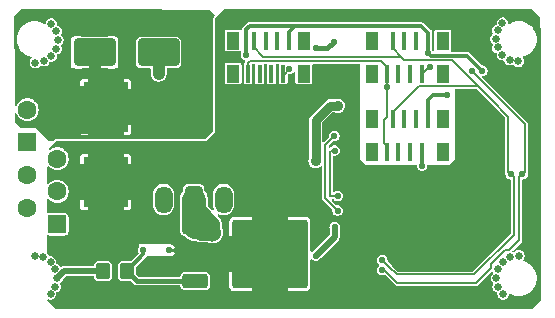
<source format=gtl>
G04 #@! TF.GenerationSoftware,KiCad,Pcbnew,8.0.9-8.0.9-0~ubuntu20.04.1*
G04 #@! TF.CreationDate,2025-08-07T15:34:14-05:00*
G04 #@! TF.ProjectId,PLATO_JUNCTION_BOARD,504c4154-4f5f-44a5-954e-4354494f4e5f,rev?*
G04 #@! TF.SameCoordinates,Original*
G04 #@! TF.FileFunction,Copper,L1,Top*
G04 #@! TF.FilePolarity,Positive*
%FSLAX46Y46*%
G04 Gerber Fmt 4.6, Leading zero omitted, Abs format (unit mm)*
G04 Created by KiCad (PCBNEW 8.0.9-8.0.9-0~ubuntu20.04.1) date 2025-08-07 15:34:14*
%MOMM*%
%LPD*%
G01*
G04 APERTURE LIST*
G04 Aperture macros list*
%AMRoundRect*
0 Rectangle with rounded corners*
0 $1 Rounding radius*
0 $2 $3 $4 $5 $6 $7 $8 $9 X,Y pos of 4 corners*
0 Add a 4 corners polygon primitive as box body*
4,1,4,$2,$3,$4,$5,$6,$7,$8,$9,$2,$3,0*
0 Add four circle primitives for the rounded corners*
1,1,$1+$1,$2,$3*
1,1,$1+$1,$4,$5*
1,1,$1+$1,$6,$7*
1,1,$1+$1,$8,$9*
0 Add four rect primitives between the rounded corners*
20,1,$1+$1,$2,$3,$4,$5,0*
20,1,$1+$1,$4,$5,$6,$7,0*
20,1,$1+$1,$6,$7,$8,$9,0*
20,1,$1+$1,$8,$9,$2,$3,0*%
G04 Aperture macros list end*
G04 #@! TA.AperFunction,ComponentPad*
%ADD10RoundRect,0.250000X-0.550000X0.550000X-0.550000X-0.550000X0.550000X-0.550000X0.550000X0.550000X0*%
G04 #@! TD*
G04 #@! TA.AperFunction,ComponentPad*
%ADD11C,1.600000*%
G04 #@! TD*
G04 #@! TA.AperFunction,SMDPad,CuDef*
%ADD12R,3.810000X4.240000*%
G04 #@! TD*
G04 #@! TA.AperFunction,SMDPad,CuDef*
%ADD13RoundRect,0.249997X-2.950003X-2.650003X2.950003X-2.650003X2.950003X2.650003X-2.950003X2.650003X0*%
G04 #@! TD*
G04 #@! TA.AperFunction,SMDPad,CuDef*
%ADD14RoundRect,0.250000X-0.850000X-0.350000X0.850000X-0.350000X0.850000X0.350000X-0.850000X0.350000X0*%
G04 #@! TD*
G04 #@! TA.AperFunction,SMDPad,CuDef*
%ADD15RoundRect,0.250000X0.350000X0.450000X-0.350000X0.450000X-0.350000X-0.450000X0.350000X-0.450000X0*%
G04 #@! TD*
G04 #@! TA.AperFunction,SMDPad,CuDef*
%ADD16RoundRect,0.125000X0.125000X0.125000X-0.125000X0.125000X-0.125000X-0.125000X0.125000X-0.125000X0*%
G04 #@! TD*
G04 #@! TA.AperFunction,SMDPad,CuDef*
%ADD17R,0.400000X1.500000*%
G04 #@! TD*
G04 #@! TA.AperFunction,SMDPad,CuDef*
%ADD18R,1.100000X1.500000*%
G04 #@! TD*
G04 #@! TA.AperFunction,SMDPad,CuDef*
%ADD19RoundRect,0.250000X-1.500000X-0.900000X1.500000X-0.900000X1.500000X0.900000X-1.500000X0.900000X0*%
G04 #@! TD*
G04 #@! TA.AperFunction,ComponentPad*
%ADD20O,1.500000X2.300000*%
G04 #@! TD*
G04 #@! TA.AperFunction,ComponentPad*
%ADD21RoundRect,0.250000X0.500000X0.900000X-0.500000X0.900000X-0.500000X-0.900000X0.500000X-0.900000X0*%
G04 #@! TD*
G04 #@! TA.AperFunction,ViaPad*
%ADD22C,0.635000*%
G04 #@! TD*
G04 #@! TA.AperFunction,ViaPad*
%ADD23C,0.558800*%
G04 #@! TD*
G04 #@! TA.AperFunction,ViaPad*
%ADD24C,0.762000*%
G04 #@! TD*
G04 #@! TA.AperFunction,ViaPad*
%ADD25C,1.524000*%
G04 #@! TD*
G04 #@! TA.AperFunction,ViaPad*
%ADD26C,0.889000*%
G04 #@! TD*
G04 #@! TA.AperFunction,Conductor*
%ADD27C,0.304800*%
G04 #@! TD*
G04 #@! TA.AperFunction,Conductor*
%ADD28C,0.152400*%
G04 #@! TD*
G04 #@! TA.AperFunction,Conductor*
%ADD29C,0.381000*%
G04 #@! TD*
G04 #@! TA.AperFunction,Conductor*
%ADD30C,1.270000*%
G04 #@! TD*
G04 #@! TA.AperFunction,Conductor*
%ADD31C,1.016000*%
G04 #@! TD*
G04 #@! TA.AperFunction,Conductor*
%ADD32C,0.762000*%
G04 #@! TD*
G04 #@! TA.AperFunction,Conductor*
%ADD33C,2.032000*%
G04 #@! TD*
G04 #@! TA.AperFunction,Conductor*
%ADD34C,0.508000*%
G04 #@! TD*
G04 #@! TA.AperFunction,Conductor*
%ADD35C,0.203200*%
G04 #@! TD*
G04 #@! TA.AperFunction,Conductor*
%ADD36C,0.254000*%
G04 #@! TD*
G04 #@! TA.AperFunction,Conductor*
%ADD37C,0.200000*%
G04 #@! TD*
G04 APERTURE END LIST*
D10*
X104110331Y-117040001D03*
D11*
X104110331Y-114270001D03*
X104110331Y-111500000D03*
X104110331Y-108730001D03*
X104110331Y-105960001D03*
X101570331Y-115655001D03*
X101570331Y-112885001D03*
D10*
X101570331Y-110115001D03*
D11*
X101570331Y-107345001D03*
D12*
X108200000Y-107115000D03*
X108200000Y-113485000D03*
D13*
X122100001Y-119572500D03*
D14*
X115800000Y-121852500D03*
X115800000Y-117292500D03*
D15*
X110000000Y-121000000D03*
X108000000Y-121000000D03*
D16*
X113599999Y-119250000D03*
X111400001Y-119250000D03*
D17*
X132000000Y-110900000D03*
X132500001Y-108100000D03*
X133000000Y-110900000D03*
X133500000Y-108100000D03*
X134000000Y-110900000D03*
X134500000Y-108100000D03*
X134999999Y-110900000D03*
X135500000Y-108100000D03*
D18*
X130750000Y-110900000D03*
X130750000Y-108100000D03*
X136750000Y-110900000D03*
X136750000Y-108100000D03*
D17*
X132000000Y-104300000D03*
X132500000Y-101500000D03*
X133000000Y-104300000D03*
X133500000Y-101500000D03*
X134000000Y-104300000D03*
X134500000Y-101500000D03*
X135000000Y-104300000D03*
X135500000Y-101500000D03*
D18*
X130750000Y-104300000D03*
X130750000Y-101500000D03*
X136750000Y-104300000D03*
X136750000Y-101500000D03*
D17*
X120250000Y-104300000D03*
X120750000Y-101500000D03*
X121250000Y-104300000D03*
X121750000Y-101500000D03*
X122250000Y-104300000D03*
X122750000Y-101500000D03*
X123250000Y-104300000D03*
X123750000Y-101500000D03*
D18*
X119000000Y-104300000D03*
X119000000Y-101500000D03*
X125000000Y-104300000D03*
X125000000Y-101500000D03*
D19*
X107300000Y-102500000D03*
X112700000Y-102500000D03*
D20*
X118197000Y-114957500D03*
D21*
X115657000Y-114957500D03*
D20*
X113117001Y-114957500D03*
D22*
X141301730Y-121600013D03*
D23*
X127600000Y-117300000D03*
D22*
X103600074Y-100113051D03*
X102927079Y-119844646D03*
X102200000Y-119700000D03*
X142417613Y-103110662D03*
D23*
X123760000Y-103900000D03*
D22*
X143201741Y-119700104D03*
X143144692Y-103255309D03*
D24*
X112700000Y-104300000D03*
D22*
X104011876Y-102183621D03*
D25*
X117250000Y-117750000D03*
D22*
X103955262Y-122327091D03*
D23*
X135000000Y-112080001D03*
D22*
X104011916Y-100729453D03*
X104156522Y-101456542D03*
X141858252Y-120256554D03*
X103955302Y-120872925D03*
D23*
X127520000Y-101610000D03*
D22*
X141389429Y-100628217D03*
X141801305Y-100011837D03*
X103543386Y-122943471D03*
D23*
X125989402Y-102150000D03*
X135650000Y-103750000D03*
D22*
X142474654Y-119844711D03*
X141244784Y-101355296D03*
X104099908Y-121600012D03*
X141389389Y-102082384D03*
X102983598Y-103211843D03*
X103600000Y-102800000D03*
X141446336Y-122327100D03*
X102256511Y-103356449D03*
D23*
X126000000Y-119700000D03*
D26*
X126000000Y-111700000D03*
D22*
X141858178Y-122943504D03*
D26*
X127850000Y-107016096D03*
D22*
X103543459Y-120256522D03*
X141801232Y-102698786D03*
X141446375Y-120872934D03*
D23*
X137100000Y-106100000D03*
X140100000Y-104051420D03*
X120100000Y-102700000D03*
X135500000Y-102550000D03*
D25*
X120300000Y-108900000D03*
D24*
X141978968Y-113700000D03*
D26*
X127900000Y-108270001D03*
X128100000Y-113350001D03*
D23*
X132000000Y-105450000D03*
X143500000Y-112800000D03*
X139200000Y-104050000D03*
X131633359Y-120905000D03*
X131633359Y-120095000D03*
X142500000Y-112800000D03*
X127600000Y-110810001D03*
X127850000Y-114650000D03*
X127850000Y-115900000D03*
X127567500Y-109567500D03*
D27*
X137100000Y-106100000D02*
X135950000Y-106100000D01*
X135950000Y-106100000D02*
X135500000Y-106550000D01*
X135500000Y-106550000D02*
X135500000Y-108100000D01*
D28*
X132901962Y-122000000D02*
X131806962Y-120905000D01*
X143225000Y-113075000D02*
X143225000Y-118379785D01*
X140862375Y-120742410D02*
X139604785Y-122000000D01*
X143700000Y-112600000D02*
X143700000Y-108550000D01*
X140862375Y-120426530D02*
X140862375Y-120742410D01*
X143500000Y-112800000D02*
X143700000Y-112600000D01*
X142028194Y-119260711D02*
X140862375Y-120426530D01*
X142344074Y-119260711D02*
X142028194Y-119260711D01*
X139604785Y-122000000D02*
X132901962Y-122000000D01*
X143225000Y-118379785D02*
X142344074Y-119260711D01*
X143500000Y-112800000D02*
X143225000Y-113075000D01*
X131806962Y-120905000D02*
X131633359Y-120905000D01*
X143700000Y-108550000D02*
X139200000Y-104050000D01*
X132218359Y-120662685D02*
X131875674Y-120320000D01*
X132218359Y-120680000D02*
X132218359Y-120662685D01*
X132838359Y-121300000D02*
X132218359Y-120680000D01*
X131875674Y-120320000D02*
X131858359Y-120320000D01*
X142775000Y-117925000D02*
X139400000Y-121300000D01*
X142300000Y-107950000D02*
X140825000Y-106475000D01*
X142300000Y-112600000D02*
X142300000Y-107950000D01*
X142775000Y-113075000D02*
X142775000Y-117925000D01*
X142500000Y-112800000D02*
X142775000Y-113075000D01*
X142500000Y-112800000D02*
X142300000Y-112600000D01*
X139400000Y-121300000D02*
X132838359Y-121300000D01*
X131858359Y-120320000D02*
X131633359Y-120095000D01*
D29*
X125989402Y-102150000D02*
X126980000Y-102150000D01*
X126980000Y-102150000D02*
X127520000Y-101610000D01*
D30*
X107045001Y-105960001D02*
X108200000Y-107115000D01*
D31*
X107300000Y-106215000D02*
X108200000Y-107115000D01*
D30*
X104110331Y-105960001D02*
X104110331Y-108730001D01*
X104110331Y-108730001D02*
X106584999Y-108730001D01*
X106584999Y-108730001D02*
X108200000Y-107115000D01*
D31*
X107300000Y-102500000D02*
X107300000Y-106215000D01*
D30*
X104110331Y-105960001D02*
X107045001Y-105960001D01*
X117250000Y-117750000D02*
X116257500Y-117750000D01*
D32*
X126000000Y-108200000D02*
X127183904Y-107016096D01*
X127850000Y-107000000D02*
X127850000Y-107016096D01*
D31*
X112700000Y-104300000D02*
X112700000Y-102500000D01*
D28*
X123250000Y-104300000D02*
X123360000Y-104300000D01*
D27*
X134999999Y-112080000D02*
X135000000Y-112080001D01*
D30*
X116257500Y-117750000D02*
X115800000Y-117292500D01*
D33*
X115657000Y-117149500D02*
X115800000Y-117292500D01*
D30*
X117250000Y-117750000D02*
X117250000Y-117000000D01*
D33*
X115657000Y-114957500D02*
X115657000Y-117149500D01*
D34*
X126000000Y-119700000D02*
X127600000Y-118100000D01*
D27*
X134999999Y-110900000D02*
X134999999Y-112080000D01*
D32*
X126000000Y-111700000D02*
X126000000Y-108200000D01*
D30*
X117250000Y-117000000D02*
X115657000Y-115407000D01*
X115657000Y-115407000D02*
X115657000Y-114957500D01*
D35*
X135550000Y-103750000D02*
X135000000Y-104300000D01*
D32*
X127183904Y-107016096D02*
X127850000Y-107016096D01*
D28*
X123360000Y-104300000D02*
X123760000Y-103900000D01*
D34*
X104699920Y-121000000D02*
X104099908Y-121600012D01*
X108000000Y-121000000D02*
X104699920Y-121000000D01*
X127600000Y-118100000D02*
X127600000Y-117300000D01*
D35*
X135650000Y-103750000D02*
X135550000Y-103750000D01*
D27*
X111400001Y-119599999D02*
X110000000Y-121000000D01*
D29*
X110852500Y-121852500D02*
X110000000Y-121000000D01*
D27*
X111400001Y-119250000D02*
X111400001Y-119599999D01*
D29*
X115800000Y-121852500D02*
X110852500Y-121852500D01*
D27*
X124245200Y-100250000D02*
X123750000Y-100745200D01*
X120100000Y-100546000D02*
X120396000Y-100250000D01*
X138845820Y-102794400D02*
X140100000Y-104048580D01*
X135500000Y-100845200D02*
X134904800Y-100250000D01*
X140100000Y-104048580D02*
X140100000Y-104051420D01*
X123750000Y-100745200D02*
X123750000Y-101500000D01*
X120396000Y-100250000D02*
X124245200Y-100250000D01*
X135500000Y-102550000D02*
X135744400Y-102794400D01*
X135744400Y-102794400D02*
X138845820Y-102794400D01*
X135500000Y-101500000D02*
X135500000Y-100845200D01*
X135500000Y-102550000D02*
X135500000Y-101500000D01*
X120100000Y-102700000D02*
X120100000Y-100546000D01*
D32*
X113112500Y-115612001D02*
X113117001Y-115607500D01*
D27*
X134904800Y-100250000D02*
X124245200Y-100250000D01*
D32*
X128349999Y-113350001D02*
X129000000Y-112700000D01*
X129000000Y-112700000D02*
X129000000Y-109100000D01*
X128170001Y-108270001D02*
X127900000Y-108270001D01*
D36*
X121777501Y-119250000D02*
X122100001Y-119572500D01*
D32*
X129000000Y-109100000D02*
X128170001Y-108270001D01*
X128100000Y-113350001D02*
X128349999Y-113350001D01*
D36*
X113599999Y-119250000D02*
X121777501Y-119250000D01*
D28*
X132000000Y-103750000D02*
X131500000Y-103250000D01*
X120400000Y-103250000D02*
X120250000Y-103400000D01*
X131500000Y-103250000D02*
X120400000Y-103250000D01*
X131800000Y-108200000D02*
X132000000Y-108000000D01*
X132000000Y-110350000D02*
X131800000Y-110150000D01*
X120250000Y-103400000D02*
X120250000Y-104300000D01*
X132000000Y-104300000D02*
X132000000Y-103750000D01*
X131800000Y-110150000D02*
X131800000Y-108200000D01*
X132000000Y-108000000D02*
X132000000Y-105450000D01*
X132000000Y-110900000D02*
X132000000Y-110350000D01*
X132000000Y-105450000D02*
X132000000Y-104300000D01*
X133200000Y-102850000D02*
X132500000Y-102150000D01*
X139700000Y-105350000D02*
X140825000Y-106475000D01*
X133500000Y-103150000D02*
X133200000Y-102850000D01*
X132500000Y-102150000D02*
X132500000Y-101500000D01*
X121550000Y-102850000D02*
X133200000Y-102850000D01*
X132500001Y-107550000D02*
X134700001Y-105350000D01*
X137500000Y-103150000D02*
X133500000Y-103150000D01*
X140825000Y-106475000D02*
X137500000Y-103150000D01*
X132500001Y-108100000D02*
X132500001Y-107550000D01*
X120750000Y-101500000D02*
X120750000Y-102050000D01*
X120750000Y-102050000D02*
X121550000Y-102850000D01*
X134700001Y-105350000D02*
X139700000Y-105350000D01*
D37*
X127289999Y-110810001D02*
X127600000Y-110810001D01*
X127200000Y-110900000D02*
X127289999Y-110810001D01*
X127236397Y-114650000D02*
X127200000Y-114613603D01*
X127200000Y-114613603D02*
X127200000Y-110900000D01*
X127850000Y-114650000D02*
X127236397Y-114650000D01*
D35*
X127567500Y-109567500D02*
X126800000Y-110335000D01*
D37*
X127850000Y-115900000D02*
X126800000Y-114850000D01*
D35*
X126800000Y-110335000D02*
X126800000Y-114850000D01*
G04 #@! TA.AperFunction,Conductor*
G36*
X144257373Y-98828222D02*
G01*
X144261739Y-98832157D01*
X144641228Y-99199766D01*
X144999812Y-99547125D01*
X145024188Y-99597301D01*
X145024583Y-99603176D01*
X145026420Y-99662525D01*
X145026449Y-99663787D01*
X145049990Y-101186129D01*
X145050000Y-101187390D01*
X145050000Y-123454220D01*
X145030921Y-123506639D01*
X145026115Y-123511885D01*
X144316385Y-124221615D01*
X144265828Y-124245190D01*
X144258720Y-124245500D01*
X104041318Y-124245500D01*
X103988899Y-124226421D01*
X103983619Y-124221579D01*
X103297248Y-123534252D01*
X103273709Y-123483681D01*
X103288185Y-123429808D01*
X103333902Y-123397844D01*
X103377927Y-123398382D01*
X103473927Y-123426571D01*
X103473929Y-123426571D01*
X103612844Y-123426571D01*
X103612845Y-123426571D01*
X103746137Y-123387433D01*
X103863003Y-123312328D01*
X103953975Y-123207340D01*
X104011684Y-123080976D01*
X104031454Y-122943471D01*
X104022851Y-122883636D01*
X104034276Y-122829036D01*
X104078125Y-122794553D01*
X104080559Y-122793795D01*
X104158013Y-122771053D01*
X104274879Y-122695948D01*
X104365851Y-122590960D01*
X104423560Y-122464596D01*
X104443330Y-122327091D01*
X104423560Y-122189586D01*
X104412541Y-122165458D01*
X104374072Y-122081222D01*
X104369651Y-122025614D01*
X104402008Y-121980174D01*
X104404117Y-121978770D01*
X104419525Y-121968869D01*
X104510497Y-121863881D01*
X104558902Y-121757890D01*
X104570629Y-121732212D01*
X104571770Y-121732733D01*
X104588076Y-121705246D01*
X104849839Y-121443485D01*
X104900396Y-121419910D01*
X104907503Y-121419600D01*
X107154754Y-121419600D01*
X107207173Y-121438679D01*
X107235065Y-121486989D01*
X107235300Y-121488393D01*
X107249812Y-121580025D01*
X107249812Y-121580026D01*
X107249813Y-121580028D01*
X107309581Y-121697329D01*
X107402671Y-121790419D01*
X107519972Y-121850187D01*
X107617288Y-121865600D01*
X107617290Y-121865600D01*
X108382710Y-121865600D01*
X108382712Y-121865600D01*
X108480028Y-121850187D01*
X108597329Y-121790419D01*
X108690419Y-121697329D01*
X108750187Y-121580028D01*
X108765600Y-121482712D01*
X108765600Y-120517288D01*
X109234400Y-120517288D01*
X109234400Y-121482712D01*
X109235300Y-121488393D01*
X109249812Y-121580025D01*
X109249812Y-121580026D01*
X109249813Y-121580028D01*
X109309581Y-121697329D01*
X109402671Y-121790419D01*
X109519972Y-121850187D01*
X109617288Y-121865600D01*
X110328218Y-121865600D01*
X110380637Y-121884679D01*
X110385883Y-121889485D01*
X110567549Y-122071151D01*
X110567548Y-122071151D01*
X110633367Y-122136969D01*
X110633849Y-122137451D01*
X110715050Y-122184333D01*
X110715054Y-122184334D01*
X110805611Y-122208598D01*
X110805612Y-122208598D01*
X110805619Y-122208600D01*
X114460535Y-122208600D01*
X114512954Y-122227679D01*
X114540846Y-122275989D01*
X114541081Y-122277393D01*
X114549812Y-122332525D01*
X114549812Y-122332526D01*
X114549813Y-122332528D01*
X114609581Y-122449829D01*
X114702671Y-122542919D01*
X114819972Y-122602687D01*
X114917288Y-122618100D01*
X114917290Y-122618100D01*
X116682710Y-122618100D01*
X116682712Y-122618100D01*
X116780028Y-122602687D01*
X116897329Y-122542919D01*
X116990419Y-122449829D01*
X117050187Y-122332528D01*
X117065600Y-122235212D01*
X117065600Y-121469788D01*
X117050187Y-121372472D01*
X116990419Y-121255171D01*
X116897329Y-121162081D01*
X116780028Y-121102313D01*
X116780026Y-121102312D01*
X116780025Y-121102312D01*
X116743335Y-121096501D01*
X118646002Y-121096501D01*
X118646002Y-122270711D01*
X118652453Y-122330734D01*
X118652454Y-122330738D01*
X118703100Y-122466525D01*
X118703102Y-122466530D01*
X118789949Y-122582543D01*
X118789957Y-122582551D01*
X118905970Y-122669398D01*
X118905975Y-122669400D01*
X119041760Y-122720045D01*
X119101791Y-122726499D01*
X120575999Y-122726499D01*
X120576001Y-122726498D01*
X120576001Y-121096501D01*
X120576000Y-121096500D01*
X118646003Y-121096500D01*
X118646002Y-121096501D01*
X116743335Y-121096501D01*
X116719336Y-121092700D01*
X116682712Y-121086900D01*
X114917288Y-121086900D01*
X114886464Y-121091781D01*
X114819974Y-121102312D01*
X114702672Y-121162080D01*
X114609580Y-121255172D01*
X114549812Y-121372474D01*
X114541081Y-121427607D01*
X114514037Y-121476396D01*
X114461959Y-121496388D01*
X114460535Y-121496400D01*
X111033782Y-121496400D01*
X110981363Y-121477321D01*
X110976117Y-121472515D01*
X110789485Y-121285883D01*
X110765910Y-121235326D01*
X110765600Y-121228218D01*
X110765600Y-120717899D01*
X110784679Y-120665480D01*
X110789474Y-120660245D01*
X111654464Y-119795256D01*
X111655832Y-119792887D01*
X111657053Y-119790773D01*
X111699786Y-119754917D01*
X111727676Y-119750000D01*
X113749998Y-119750000D01*
X113750000Y-119750000D01*
X113751352Y-119748647D01*
X113801907Y-119725071D01*
X113848836Y-119736325D01*
X113948272Y-119687713D01*
X114037712Y-119598273D01*
X114085756Y-119500000D01*
X114081550Y-119500000D01*
X114029131Y-119480921D01*
X114001239Y-119432611D01*
X114000000Y-119418450D01*
X114000000Y-119081550D01*
X114019079Y-119029131D01*
X114067389Y-119001239D01*
X114081550Y-119000000D01*
X114085755Y-119000000D01*
X114037712Y-118901726D01*
X113948271Y-118812285D01*
X113848702Y-118763608D01*
X113797629Y-118774439D01*
X113751356Y-118751355D01*
X113750002Y-118750001D01*
X113750000Y-118750000D01*
X111000000Y-118750000D01*
X111000000Y-118750001D01*
X111000000Y-119011166D01*
X110993053Y-119044103D01*
X110987220Y-119057314D01*
X110984401Y-119081614D01*
X110984401Y-119418382D01*
X110984402Y-119418388D01*
X110987219Y-119442683D01*
X110987221Y-119442690D01*
X110993051Y-119455892D01*
X111000000Y-119488832D01*
X111000000Y-119516499D01*
X110980921Y-119568918D01*
X110976115Y-119574164D01*
X110439764Y-120110515D01*
X110389207Y-120134090D01*
X110382099Y-120134400D01*
X109617288Y-120134400D01*
X109588661Y-120138934D01*
X109519974Y-120149812D01*
X109402672Y-120209580D01*
X109309580Y-120302672D01*
X109249812Y-120419974D01*
X109247469Y-120434771D01*
X109234400Y-120517288D01*
X108765600Y-120517288D01*
X108750187Y-120419972D01*
X108690419Y-120302671D01*
X108597329Y-120209581D01*
X108480028Y-120149813D01*
X108480026Y-120149812D01*
X108480025Y-120149812D01*
X108411339Y-120138934D01*
X108382712Y-120134400D01*
X107617288Y-120134400D01*
X107588661Y-120138934D01*
X107519974Y-120149812D01*
X107402672Y-120209580D01*
X107309580Y-120302672D01*
X107249812Y-120419974D01*
X107247469Y-120434771D01*
X107236461Y-120504279D01*
X107235300Y-120511607D01*
X107208256Y-120560396D01*
X107156178Y-120580388D01*
X107154754Y-120580400D01*
X104760170Y-120580400D01*
X104760154Y-120580399D01*
X104755161Y-120580399D01*
X104644679Y-120580399D01*
X104644677Y-120580399D01*
X104644671Y-120580400D01*
X104560514Y-120602949D01*
X104560515Y-120602950D01*
X104537964Y-120608993D01*
X104537958Y-120608996D01*
X104479459Y-120642770D01*
X104424523Y-120652456D01*
X104376213Y-120624564D01*
X104369380Y-120613742D01*
X104369042Y-120613960D01*
X104365893Y-120609061D01*
X104365891Y-120609056D01*
X104274919Y-120504068D01*
X104268589Y-120500000D01*
X104158058Y-120428965D01*
X104158056Y-120428964D01*
X104132234Y-120421382D01*
X104080663Y-120406239D01*
X104035743Y-120373165D01*
X104022591Y-120318954D01*
X104022911Y-120316441D01*
X104031527Y-120256522D01*
X104011757Y-120119017D01*
X103954048Y-119992653D01*
X103863076Y-119887665D01*
X103863073Y-119887663D01*
X103746215Y-119812562D01*
X103746213Y-119812561D01*
X103746210Y-119812560D01*
X103612918Y-119773422D01*
X103475570Y-119773422D01*
X103423151Y-119754343D01*
X103398825Y-119712210D01*
X103397021Y-119712740D01*
X103395377Y-119707146D01*
X103395377Y-119707141D01*
X103337668Y-119580777D01*
X103331224Y-119573340D01*
X103276592Y-119510290D01*
X103256684Y-119458180D01*
X103256675Y-119456921D01*
X103258654Y-118035687D01*
X103277805Y-117983299D01*
X103326154Y-117955474D01*
X103377223Y-117963142D01*
X103430303Y-117990188D01*
X103527619Y-118005601D01*
X103527621Y-118005601D01*
X104693041Y-118005601D01*
X104693043Y-118005601D01*
X104790359Y-117990188D01*
X104907660Y-117930420D01*
X105000750Y-117837330D01*
X105060518Y-117720029D01*
X105075931Y-117622713D01*
X105075931Y-116457289D01*
X105060518Y-116359973D01*
X105000750Y-116242672D01*
X104907660Y-116149582D01*
X104790359Y-116089814D01*
X104790357Y-116089813D01*
X104790356Y-116089813D01*
X104729667Y-116080201D01*
X104693043Y-116074401D01*
X103527619Y-116074401D01*
X103496795Y-116079282D01*
X103430305Y-116089813D01*
X103430302Y-116089814D01*
X103379291Y-116115805D01*
X103323923Y-116122603D01*
X103277139Y-116092220D01*
X103260720Y-116043089D01*
X103261072Y-115538000D01*
X103261072Y-114985177D01*
X103280151Y-114932758D01*
X103328461Y-114904866D01*
X103383397Y-114914553D01*
X103405660Y-114933441D01*
X103424245Y-114956087D01*
X103571277Y-115076753D01*
X103739024Y-115166415D01*
X103921040Y-115221629D01*
X103962727Y-115225734D01*
X104110328Y-115240273D01*
X104110331Y-115240273D01*
X104110334Y-115240273D01*
X104227482Y-115228734D01*
X104299622Y-115221629D01*
X104481638Y-115166415D01*
X104649385Y-115076753D01*
X104731941Y-115009001D01*
X106041001Y-115009001D01*
X106041001Y-115630012D01*
X106041002Y-115630022D01*
X106055736Y-115704104D01*
X106055739Y-115704109D01*
X106111873Y-115788120D01*
X106111879Y-115788126D01*
X106195893Y-115844262D01*
X106195892Y-115844262D01*
X106269981Y-115858999D01*
X106675998Y-115858999D01*
X106676000Y-115858998D01*
X106676000Y-115009001D01*
X109724000Y-115009001D01*
X109724000Y-115858998D01*
X109724001Y-115858999D01*
X110130012Y-115858999D01*
X110130022Y-115858997D01*
X110204104Y-115844263D01*
X110204109Y-115844260D01*
X110288120Y-115788126D01*
X110288126Y-115788120D01*
X110344262Y-115704106D01*
X110358999Y-115630021D01*
X110359000Y-115630014D01*
X110359000Y-115009001D01*
X110358999Y-115009000D01*
X109724001Y-115009000D01*
X109724000Y-115009001D01*
X106676000Y-115009001D01*
X106675999Y-115009000D01*
X106041002Y-115009000D01*
X106041001Y-115009001D01*
X104731941Y-115009001D01*
X104796417Y-114956087D01*
X104917083Y-114809055D01*
X105006745Y-114641308D01*
X105059525Y-114467316D01*
X112201401Y-114467316D01*
X112201401Y-115447683D01*
X112210028Y-115491051D01*
X112236587Y-115624571D01*
X112236588Y-115624574D01*
X112236589Y-115624577D01*
X112305605Y-115791196D01*
X112305606Y-115791198D01*
X112305607Y-115791199D01*
X112405808Y-115941161D01*
X112533340Y-116068693D01*
X112683302Y-116168894D01*
X112683303Y-116168894D01*
X112683304Y-116168895D01*
X112768813Y-116204314D01*
X112849930Y-116237914D01*
X113026822Y-116273100D01*
X113026824Y-116273100D01*
X113207178Y-116273100D01*
X113207180Y-116273100D01*
X113384072Y-116237914D01*
X113550700Y-116168894D01*
X113700662Y-116068693D01*
X113828194Y-115941161D01*
X113928395Y-115791199D01*
X113997415Y-115624571D01*
X114032601Y-115447679D01*
X114032601Y-114864506D01*
X114475400Y-114864506D01*
X114475400Y-117242492D01*
X114504492Y-117426187D01*
X114504493Y-117426189D01*
X114504494Y-117426192D01*
X114513016Y-117452421D01*
X114530409Y-117505948D01*
X114534400Y-117531149D01*
X114534400Y-117675210D01*
X114549812Y-117772525D01*
X114549812Y-117772526D01*
X114549813Y-117772528D01*
X114609581Y-117889829D01*
X114702671Y-117982919D01*
X114819972Y-118042687D01*
X114856678Y-118048500D01*
X114864116Y-118049678D01*
X114909024Y-118072559D01*
X114991705Y-118155239D01*
X115030240Y-118193774D01*
X115111495Y-118252809D01*
X115180698Y-118303089D01*
X115180701Y-118303090D01*
X115180707Y-118303095D01*
X115346423Y-118387532D01*
X115523309Y-118445006D01*
X115523311Y-118445006D01*
X115523313Y-118445007D01*
X115651573Y-118465321D01*
X115707007Y-118474101D01*
X115707008Y-118474101D01*
X115896198Y-118474101D01*
X115896198Y-118475142D01*
X115928368Y-118480233D01*
X116023973Y-118519834D01*
X116178648Y-118550601D01*
X116178650Y-118550601D01*
X116340371Y-118550601D01*
X116340391Y-118550600D01*
X116750252Y-118550600D01*
X116783421Y-118557650D01*
X116783644Y-118557749D01*
X116783645Y-118557750D01*
X116961777Y-118637059D01*
X117152505Y-118677600D01*
X117152510Y-118677600D01*
X117347490Y-118677600D01*
X117347495Y-118677600D01*
X117538223Y-118637059D01*
X117716355Y-118557750D01*
X117874104Y-118443138D01*
X118004577Y-118298233D01*
X118102072Y-118129367D01*
X118162327Y-117943921D01*
X118168013Y-117889829D01*
X118182709Y-117750003D01*
X118182709Y-117749996D01*
X118162328Y-117556084D01*
X118162327Y-117556081D01*
X118162327Y-117556079D01*
X118102072Y-117370633D01*
X118061526Y-117300405D01*
X118050600Y-117259630D01*
X118050600Y-116921150D01*
X118050599Y-116921143D01*
X118041280Y-116874290D01*
X118646001Y-116874290D01*
X118646001Y-118048499D01*
X118646002Y-118048500D01*
X120576000Y-118048500D01*
X120576001Y-118048499D01*
X120576001Y-116418501D01*
X123624001Y-116418501D01*
X123624001Y-122726498D01*
X123624002Y-122726499D01*
X125098207Y-122726499D01*
X125098212Y-122726498D01*
X125158235Y-122720047D01*
X125158239Y-122720046D01*
X125294026Y-122669400D01*
X125294031Y-122669398D01*
X125410044Y-122582551D01*
X125410052Y-122582543D01*
X125496899Y-122466530D01*
X125496901Y-122466525D01*
X125547546Y-122330740D01*
X125554000Y-122270709D01*
X125554000Y-120083467D01*
X125573079Y-120031048D01*
X125621389Y-120003156D01*
X125676325Y-120012843D01*
X125697182Y-120030063D01*
X125705590Y-120039767D01*
X125813235Y-120108947D01*
X125813236Y-120108947D01*
X125813239Y-120108949D01*
X125936019Y-120145000D01*
X126063981Y-120145000D01*
X126186761Y-120108949D01*
X126294410Y-120039767D01*
X126378207Y-119943059D01*
X126395513Y-119905162D01*
X126412026Y-119881376D01*
X127935764Y-118357641D01*
X127991006Y-118261959D01*
X127991007Y-118261956D01*
X128019600Y-118155246D01*
X128019601Y-118155239D01*
X128019601Y-118039766D01*
X128019600Y-118039748D01*
X128019600Y-117470161D01*
X128026970Y-117436283D01*
X128031365Y-117426660D01*
X128049576Y-117300000D01*
X128031365Y-117173340D01*
X127978207Y-117056941D01*
X127894410Y-116960233D01*
X127894409Y-116960232D01*
X127786764Y-116891052D01*
X127729677Y-116874290D01*
X127663981Y-116855000D01*
X127536019Y-116855000D01*
X127413235Y-116891052D01*
X127305590Y-116960232D01*
X127221792Y-117056942D01*
X127168634Y-117173342D01*
X127150424Y-117300000D01*
X127168634Y-117426658D01*
X127168635Y-117426660D01*
X127173030Y-117436283D01*
X127180400Y-117470161D01*
X127180400Y-117892415D01*
X127161321Y-117944834D01*
X127156515Y-117950080D01*
X125825888Y-119280706D01*
X125812313Y-119291645D01*
X125705591Y-119360232D01*
X125697182Y-119369937D01*
X125648435Y-119397059D01*
X125593660Y-119386502D01*
X125558485Y-119343206D01*
X125554000Y-119316533D01*
X125554000Y-116874294D01*
X125553999Y-116874288D01*
X125547548Y-116814265D01*
X125547547Y-116814261D01*
X125496901Y-116678474D01*
X125496899Y-116678469D01*
X125410052Y-116562456D01*
X125410044Y-116562448D01*
X125294031Y-116475601D01*
X125294026Y-116475599D01*
X125158241Y-116424954D01*
X125098210Y-116418500D01*
X123624002Y-116418500D01*
X123624001Y-116418501D01*
X120576001Y-116418501D01*
X120576000Y-116418500D01*
X119101795Y-116418500D01*
X119101789Y-116418501D01*
X119041766Y-116424952D01*
X119041762Y-116424953D01*
X118905975Y-116475599D01*
X118905970Y-116475601D01*
X118789957Y-116562448D01*
X118789949Y-116562456D01*
X118703102Y-116678469D01*
X118703100Y-116678474D01*
X118652455Y-116814259D01*
X118646001Y-116874290D01*
X118041280Y-116874290D01*
X118019834Y-116766474D01*
X117984480Y-116681124D01*
X117959483Y-116620773D01*
X117898968Y-116530207D01*
X117871867Y-116489647D01*
X117871865Y-116489644D01*
X117758307Y-116376087D01*
X117758306Y-116376087D01*
X117690973Y-116308754D01*
X117667398Y-116258197D01*
X117681836Y-116204314D01*
X117727531Y-116172318D01*
X117779845Y-116175746D01*
X117929929Y-116237914D01*
X118106821Y-116273100D01*
X118106823Y-116273100D01*
X118287177Y-116273100D01*
X118287179Y-116273100D01*
X118464071Y-116237914D01*
X118630699Y-116168894D01*
X118780661Y-116068693D01*
X118908193Y-115941161D01*
X119008394Y-115791199D01*
X119077414Y-115624571D01*
X119112600Y-115447679D01*
X119112600Y-114467321D01*
X119077414Y-114290429D01*
X119008394Y-114123801D01*
X118908193Y-113973839D01*
X118780661Y-113846307D01*
X118630699Y-113746106D01*
X118630698Y-113746105D01*
X118630696Y-113746104D01*
X118464077Y-113677088D01*
X118464074Y-113677087D01*
X118464071Y-113677086D01*
X118388260Y-113662006D01*
X118287183Y-113641900D01*
X118287179Y-113641900D01*
X118106821Y-113641900D01*
X118106816Y-113641900D01*
X117980469Y-113667032D01*
X117929929Y-113677086D01*
X117929926Y-113677086D01*
X117929922Y-113677088D01*
X117763303Y-113746104D01*
X117613341Y-113846305D01*
X117485805Y-113973841D01*
X117385604Y-114123803D01*
X117316588Y-114290422D01*
X117316586Y-114290431D01*
X117281400Y-114467316D01*
X117281400Y-115447683D01*
X117290027Y-115491051D01*
X117316586Y-115624571D01*
X117316587Y-115624574D01*
X117316588Y-115624577D01*
X117378752Y-115774653D01*
X117381186Y-115830384D01*
X117347227Y-115874640D01*
X117292766Y-115886713D01*
X117245745Y-115863526D01*
X116862485Y-115480266D01*
X116838910Y-115429709D01*
X116838600Y-115422601D01*
X116838600Y-114864506D01*
X116809506Y-114680812D01*
X116809504Y-114680806D01*
X116796670Y-114641308D01*
X116752032Y-114503923D01*
X116667595Y-114338206D01*
X116667590Y-114338200D01*
X116667589Y-114338197D01*
X116588175Y-114228893D01*
X116572600Y-114180959D01*
X116572600Y-114024789D01*
X116564531Y-113973841D01*
X116557187Y-113927472D01*
X116497419Y-113810171D01*
X116404329Y-113717081D01*
X116287028Y-113657313D01*
X116287026Y-113657312D01*
X116287025Y-113657312D01*
X116226336Y-113647700D01*
X116189712Y-113641900D01*
X115124288Y-113641900D01*
X115093464Y-113646781D01*
X115026974Y-113657312D01*
X114909672Y-113717080D01*
X114816580Y-113810172D01*
X114756812Y-113927474D01*
X114741400Y-114024789D01*
X114741400Y-114180959D01*
X114725825Y-114228893D01*
X114646410Y-114338197D01*
X114646406Y-114338204D01*
X114561966Y-114503926D01*
X114504495Y-114680806D01*
X114504493Y-114680812D01*
X114475400Y-114864506D01*
X114032601Y-114864506D01*
X114032601Y-114467321D01*
X113997415Y-114290429D01*
X113928395Y-114123801D01*
X113828194Y-113973839D01*
X113700662Y-113846307D01*
X113550700Y-113746106D01*
X113550699Y-113746105D01*
X113550697Y-113746104D01*
X113384078Y-113677088D01*
X113384075Y-113677087D01*
X113384072Y-113677086D01*
X113308261Y-113662006D01*
X113207184Y-113641900D01*
X113207180Y-113641900D01*
X113026822Y-113641900D01*
X113026817Y-113641900D01*
X112900470Y-113667032D01*
X112849930Y-113677086D01*
X112849927Y-113677086D01*
X112849923Y-113677088D01*
X112683304Y-113746104D01*
X112533342Y-113846305D01*
X112405806Y-113973841D01*
X112305605Y-114123803D01*
X112236589Y-114290422D01*
X112236587Y-114290431D01*
X112201401Y-114467316D01*
X105059525Y-114467316D01*
X105061959Y-114459292D01*
X105073885Y-114338206D01*
X105080603Y-114270004D01*
X105080603Y-114269997D01*
X105061960Y-114080721D01*
X105061959Y-114080710D01*
X105006745Y-113898694D01*
X104917083Y-113730947D01*
X104905703Y-113717081D01*
X104844004Y-113641900D01*
X104796417Y-113583915D01*
X104740600Y-113538107D01*
X104649388Y-113463251D01*
X104649386Y-113463250D01*
X104649385Y-113463249D01*
X104481638Y-113373587D01*
X104481637Y-113373586D01*
X104481636Y-113373586D01*
X104426709Y-113356924D01*
X104299622Y-113318373D01*
X104299616Y-113318372D01*
X104299610Y-113318371D01*
X104110334Y-113299729D01*
X104110328Y-113299729D01*
X103921051Y-113318371D01*
X103921043Y-113318372D01*
X103921040Y-113318373D01*
X103836315Y-113344074D01*
X103739025Y-113373586D01*
X103571273Y-113463251D01*
X103424248Y-113583912D01*
X103424240Y-113583920D01*
X103405660Y-113606560D01*
X103357657Y-113634976D01*
X103302618Y-113625888D01*
X103266298Y-113583548D01*
X103261072Y-113554824D01*
X103261072Y-112215176D01*
X103280151Y-112162757D01*
X103328461Y-112134865D01*
X103383397Y-112144552D01*
X103405660Y-112163440D01*
X103424245Y-112186086D01*
X103571277Y-112306752D01*
X103739024Y-112396414D01*
X103921040Y-112451628D01*
X103962727Y-112455733D01*
X104110328Y-112470272D01*
X104110331Y-112470272D01*
X104110334Y-112470272D01*
X104227482Y-112458733D01*
X104299622Y-112451628D01*
X104481638Y-112396414D01*
X104649385Y-112306752D01*
X104796417Y-112186086D01*
X104917083Y-112039054D01*
X105006745Y-111871307D01*
X105061959Y-111689291D01*
X105069064Y-111617151D01*
X105080603Y-111500003D01*
X105080603Y-111499996D01*
X105064842Y-111339978D01*
X106041000Y-111339978D01*
X106041000Y-111960999D01*
X106041001Y-111961000D01*
X106675999Y-111961000D01*
X106676000Y-111960999D01*
X106676000Y-111111001D01*
X109724000Y-111111001D01*
X109724000Y-111960999D01*
X109724001Y-111961000D01*
X110358998Y-111961000D01*
X110358999Y-111960999D01*
X110358999Y-111699996D01*
X125385419Y-111699996D01*
X125385419Y-111700003D01*
X125403277Y-111847079D01*
X125403277Y-111847080D01*
X125455815Y-111985610D01*
X125455817Y-111985612D01*
X125539981Y-112107545D01*
X125628632Y-112186082D01*
X125650878Y-112205790D01*
X125782067Y-112274643D01*
X125782069Y-112274643D01*
X125782070Y-112274644D01*
X125833982Y-112287439D01*
X125925920Y-112310100D01*
X125925922Y-112310100D01*
X126074078Y-112310100D01*
X126074080Y-112310100D01*
X126217933Y-112274643D01*
X126349122Y-112205790D01*
X126397174Y-112163218D01*
X126449060Y-112142740D01*
X126501973Y-112160405D01*
X126531152Y-112207948D01*
X126532800Y-112224261D01*
X126532800Y-114903150D01*
X126573477Y-115001354D01*
X126573478Y-115001355D01*
X126573479Y-115001357D01*
X126648643Y-115076521D01*
X126648646Y-115076522D01*
X126648779Y-115076611D01*
X126661139Y-115086754D01*
X127380856Y-115806471D01*
X127404431Y-115857028D01*
X127403911Y-115875739D01*
X127400424Y-115899996D01*
X127400424Y-115899999D01*
X127418634Y-116026657D01*
X127418634Y-116026658D01*
X127418635Y-116026660D01*
X127471793Y-116143059D01*
X127494179Y-116168894D01*
X127555590Y-116239767D01*
X127663235Y-116308947D01*
X127663236Y-116308947D01*
X127663239Y-116308949D01*
X127786019Y-116345000D01*
X127913981Y-116345000D01*
X128036761Y-116308949D01*
X128144410Y-116239767D01*
X128228207Y-116143059D01*
X128281365Y-116026660D01*
X128299576Y-115900000D01*
X128281365Y-115773340D01*
X128228207Y-115656941D01*
X128144410Y-115560233D01*
X128144409Y-115560232D01*
X128036764Y-115491052D01*
X127913981Y-115455000D01*
X127814396Y-115455000D01*
X127761977Y-115435921D01*
X127756732Y-115431115D01*
X127380431Y-115054815D01*
X127356855Y-115004258D01*
X127371293Y-114950375D01*
X127416988Y-114918379D01*
X127438095Y-114915600D01*
X127454082Y-114915600D01*
X127506501Y-114934679D01*
X127515713Y-114943746D01*
X127555590Y-114989767D01*
X127663235Y-115058947D01*
X127663236Y-115058947D01*
X127663239Y-115058949D01*
X127786019Y-115095000D01*
X127913981Y-115095000D01*
X128036761Y-115058949D01*
X128144410Y-114989767D01*
X128228207Y-114893059D01*
X128281365Y-114776660D01*
X128299576Y-114650000D01*
X128281365Y-114523340D01*
X128228207Y-114406941D01*
X128144410Y-114310233D01*
X128144409Y-114310232D01*
X128036764Y-114241052D01*
X127973911Y-114222597D01*
X127913981Y-114205000D01*
X127786019Y-114205000D01*
X127663239Y-114241051D01*
X127663238Y-114241051D01*
X127663233Y-114241053D01*
X127591239Y-114287321D01*
X127536826Y-114299611D01*
X127487244Y-114274049D01*
X127465692Y-114222597D01*
X127465600Y-114218717D01*
X127465600Y-111336551D01*
X127484679Y-111284132D01*
X127532989Y-111256240D01*
X127547150Y-111255001D01*
X127663981Y-111255001D01*
X127786761Y-111218950D01*
X127894410Y-111149768D01*
X127978207Y-111053060D01*
X128031365Y-110936661D01*
X128049576Y-110810001D01*
X128031365Y-110683341D01*
X127978207Y-110566942D01*
X127894410Y-110470234D01*
X127894409Y-110470233D01*
X127786764Y-110401053D01*
X127663981Y-110365001D01*
X127536019Y-110365001D01*
X127413235Y-110401053D01*
X127305590Y-110470233D01*
X127256271Y-110527151D01*
X127225850Y-110549089D01*
X127211558Y-110555009D01*
X127195839Y-110561520D01*
X127195834Y-110561522D01*
X127179953Y-110568099D01*
X127124223Y-110570529D01*
X127079969Y-110536568D01*
X127067200Y-110492755D01*
X127067200Y-110479456D01*
X127086279Y-110427037D01*
X127091063Y-110421814D01*
X127476492Y-110036384D01*
X127527048Y-110012810D01*
X127534156Y-110012500D01*
X127631481Y-110012500D01*
X127754261Y-109976449D01*
X127861910Y-109907267D01*
X127945707Y-109810559D01*
X127998865Y-109694160D01*
X128017076Y-109567500D01*
X127998865Y-109440840D01*
X127945707Y-109324441D01*
X127861910Y-109227733D01*
X127861909Y-109227732D01*
X127754264Y-109158552D01*
X127631481Y-109122500D01*
X127503519Y-109122500D01*
X127380735Y-109158552D01*
X127273090Y-109227732D01*
X127189292Y-109324442D01*
X127136134Y-109440842D01*
X127117924Y-109567500D01*
X127121127Y-109589779D01*
X127109702Y-109644380D01*
X127098072Y-109659048D01*
X126685815Y-110071306D01*
X126635258Y-110094882D01*
X126581375Y-110080444D01*
X126549379Y-110034749D01*
X126546600Y-110013642D01*
X126546600Y-108460189D01*
X126565679Y-108407770D01*
X126570485Y-108402524D01*
X127386429Y-107586581D01*
X127436986Y-107563006D01*
X127444094Y-107562696D01*
X127558535Y-107562696D01*
X127596432Y-107572037D01*
X127632067Y-107590739D01*
X127632070Y-107590740D01*
X127702099Y-107608000D01*
X127775920Y-107626196D01*
X127775922Y-107626196D01*
X127924078Y-107626196D01*
X127924080Y-107626196D01*
X128067933Y-107590739D01*
X128199122Y-107521886D01*
X128310020Y-107423639D01*
X128394184Y-107301706D01*
X128446722Y-107163175D01*
X128464581Y-107016096D01*
X128446722Y-106869017D01*
X128446722Y-106869016D01*
X128446722Y-106869015D01*
X128394184Y-106730485D01*
X128394182Y-106730483D01*
X128310018Y-106608550D01*
X128199121Y-106510305D01*
X128067929Y-106441451D01*
X127924086Y-106405997D01*
X127924082Y-106405996D01*
X127924080Y-106405996D01*
X127775920Y-106405996D01*
X127775918Y-106405996D01*
X127775913Y-106405997D01*
X127632070Y-106441451D01*
X127632067Y-106441452D01*
X127596432Y-106460155D01*
X127558535Y-106469496D01*
X127260874Y-106469496D01*
X127260858Y-106469495D01*
X127255865Y-106469495D01*
X127111943Y-106469495D01*
X127111937Y-106469495D01*
X126972927Y-106506744D01*
X126848284Y-106578706D01*
X126848283Y-106578707D01*
X125664381Y-107762609D01*
X125664379Y-107762611D01*
X125664378Y-107762610D01*
X125562612Y-107864377D01*
X125490650Y-107989020D01*
X125488219Y-107998095D01*
X125488218Y-107998098D01*
X125453399Y-108128035D01*
X125453399Y-108278528D01*
X125453400Y-108278541D01*
X125453400Y-111405814D01*
X125448101Y-111434732D01*
X125403277Y-111552923D01*
X125385419Y-111699996D01*
X110358999Y-111699996D01*
X110358999Y-111339987D01*
X110358997Y-111339977D01*
X110344263Y-111265895D01*
X110344260Y-111265890D01*
X110288126Y-111181879D01*
X110288120Y-111181873D01*
X110204106Y-111125737D01*
X110204107Y-111125737D01*
X110130021Y-111111000D01*
X109724001Y-111111000D01*
X109724000Y-111111001D01*
X106676000Y-111111001D01*
X106675999Y-111111000D01*
X106269987Y-111111000D01*
X106269977Y-111111002D01*
X106195895Y-111125736D01*
X106195890Y-111125739D01*
X106111879Y-111181873D01*
X106111873Y-111181879D01*
X106055737Y-111265893D01*
X106041000Y-111339978D01*
X105064842Y-111339978D01*
X105061960Y-111310720D01*
X105061959Y-111310709D01*
X105006745Y-111128693D01*
X104917083Y-110960946D01*
X104897150Y-110936658D01*
X104796419Y-110813917D01*
X104796417Y-110813914D01*
X104711279Y-110744043D01*
X104649388Y-110693250D01*
X104649386Y-110693249D01*
X104649385Y-110693248D01*
X104481638Y-110603586D01*
X104481637Y-110603585D01*
X104481636Y-110603585D01*
X104426709Y-110586923D01*
X104299622Y-110548372D01*
X104299616Y-110548371D01*
X104299610Y-110548370D01*
X104110334Y-110529728D01*
X104110328Y-110529728D01*
X103921051Y-110548370D01*
X103921043Y-110548371D01*
X103921040Y-110548372D01*
X103836315Y-110574073D01*
X103739025Y-110603585D01*
X103571270Y-110693251D01*
X103507987Y-110745187D01*
X103455363Y-110763693D01*
X103403155Y-110744043D01*
X103375792Y-110695432D01*
X103386078Y-110640605D01*
X103398584Y-110624487D01*
X103999187Y-110023885D01*
X104049745Y-110000310D01*
X104056852Y-110000000D01*
X116742497Y-110000000D01*
X116742498Y-110000000D01*
X117504191Y-109238000D01*
X117501893Y-103533686D01*
X118284400Y-103533686D01*
X118284400Y-105066306D01*
X118294008Y-105114614D01*
X118294008Y-105114615D01*
X118330606Y-105169387D01*
X118330609Y-105169391D01*
X118330612Y-105169393D01*
X118385385Y-105205991D01*
X118385384Y-105205991D01*
X118385386Y-105205992D01*
X118433691Y-105215600D01*
X119566308Y-105215599D01*
X119614614Y-105205992D01*
X119669391Y-105169391D01*
X119705992Y-105114614D01*
X119715600Y-105066309D01*
X119715599Y-103533692D01*
X119705992Y-103485386D01*
X119702072Y-103479520D01*
X119669393Y-103430612D01*
X119669391Y-103430609D01*
X119614614Y-103394008D01*
X119614615Y-103394008D01*
X119566310Y-103384400D01*
X118433693Y-103384400D01*
X118385385Y-103394008D01*
X118385384Y-103394008D01*
X118330612Y-103430606D01*
X118330606Y-103430612D01*
X118294008Y-103485385D01*
X118284400Y-103533686D01*
X117501893Y-103533686D01*
X117500765Y-100733686D01*
X118284400Y-100733686D01*
X118284400Y-102266306D01*
X118294008Y-102314614D01*
X118294008Y-102314615D01*
X118330606Y-102369387D01*
X118330609Y-102369391D01*
X118380453Y-102402696D01*
X118385385Y-102405991D01*
X118385384Y-102405991D01*
X118385386Y-102405992D01*
X118433691Y-102415600D01*
X119566308Y-102415599D01*
X119601810Y-102408538D01*
X119656944Y-102417024D01*
X119693724Y-102458965D01*
X119694940Y-102514735D01*
X119691899Y-102522397D01*
X119668635Y-102573339D01*
X119668634Y-102573341D01*
X119650424Y-102700000D01*
X119668634Y-102826657D01*
X119668634Y-102826658D01*
X119668635Y-102826660D01*
X119691122Y-102875899D01*
X119719256Y-102937505D01*
X119721793Y-102943059D01*
X119805590Y-103039767D01*
X119913239Y-103108949D01*
X120002975Y-103135297D01*
X120047894Y-103168371D01*
X120061046Y-103222582D01*
X120047808Y-103258844D01*
X120045012Y-103263028D01*
X120005126Y-103359324D01*
X120003282Y-103358560D01*
X119979687Y-103397443D01*
X119973953Y-103401647D01*
X119930610Y-103430608D01*
X119930606Y-103430612D01*
X119894008Y-103485385D01*
X119884400Y-103533686D01*
X119884400Y-105066306D01*
X119894008Y-105114614D01*
X119894008Y-105114615D01*
X119930606Y-105169387D01*
X119930609Y-105169391D01*
X119930612Y-105169393D01*
X119985385Y-105205991D01*
X119985384Y-105205991D01*
X119985386Y-105205992D01*
X120033691Y-105215600D01*
X120466308Y-105215599D01*
X120514614Y-105205992D01*
X120569391Y-105169391D01*
X120605992Y-105114614D01*
X120615600Y-105066309D01*
X120615599Y-103573349D01*
X120634678Y-103520931D01*
X120682988Y-103493039D01*
X120697149Y-103491800D01*
X120802850Y-103491800D01*
X120855269Y-103510879D01*
X120883161Y-103559189D01*
X120884400Y-103573350D01*
X120884400Y-105066306D01*
X120894008Y-105114614D01*
X120894008Y-105114615D01*
X120930606Y-105169387D01*
X120930609Y-105169391D01*
X120930612Y-105169393D01*
X120985385Y-105205991D01*
X120985384Y-105205991D01*
X120985386Y-105205992D01*
X121033691Y-105215600D01*
X121466308Y-105215599D01*
X121514614Y-105205992D01*
X121569391Y-105169391D01*
X121605992Y-105114614D01*
X121615600Y-105066309D01*
X121615599Y-103573349D01*
X121634678Y-103520931D01*
X121682988Y-103493039D01*
X121697149Y-103491800D01*
X121802850Y-103491800D01*
X121855269Y-103510879D01*
X121883161Y-103559189D01*
X121884400Y-103573350D01*
X121884400Y-105066306D01*
X121894008Y-105114614D01*
X121894008Y-105114615D01*
X121930606Y-105169387D01*
X121930609Y-105169391D01*
X121930612Y-105169393D01*
X121985385Y-105205991D01*
X121985384Y-105205991D01*
X121985386Y-105205992D01*
X122033691Y-105215600D01*
X122466308Y-105215599D01*
X122514614Y-105205992D01*
X122569391Y-105169391D01*
X122605992Y-105114614D01*
X122615600Y-105066309D01*
X122615599Y-103573349D01*
X122634678Y-103520931D01*
X122682988Y-103493039D01*
X122697149Y-103491800D01*
X122802850Y-103491800D01*
X122855269Y-103510879D01*
X122883161Y-103559189D01*
X122884400Y-103573350D01*
X122884400Y-105066306D01*
X122894008Y-105114614D01*
X122894008Y-105114615D01*
X122930606Y-105169387D01*
X122930609Y-105169391D01*
X122930612Y-105169393D01*
X122985385Y-105205991D01*
X122985384Y-105205991D01*
X122985386Y-105205992D01*
X123033691Y-105215600D01*
X123466308Y-105215599D01*
X123514614Y-105205992D01*
X123569391Y-105169391D01*
X123605992Y-105114614D01*
X123615600Y-105066309D01*
X123615599Y-104426549D01*
X123634678Y-104374131D01*
X123682988Y-104346239D01*
X123697149Y-104345000D01*
X123823981Y-104345000D01*
X123946761Y-104308949D01*
X124054410Y-104239767D01*
X124138207Y-104143059D01*
X124138208Y-104143056D01*
X124141218Y-104139583D01*
X124189964Y-104112461D01*
X124244739Y-104123017D01*
X124279914Y-104166313D01*
X124284400Y-104192986D01*
X124284400Y-105066306D01*
X124294008Y-105114614D01*
X124294008Y-105114615D01*
X124330606Y-105169387D01*
X124330609Y-105169391D01*
X124330612Y-105169393D01*
X124385385Y-105205991D01*
X124385384Y-105205991D01*
X124385386Y-105205992D01*
X124433691Y-105215600D01*
X125566308Y-105215599D01*
X125614614Y-105205992D01*
X125669391Y-105169391D01*
X125705992Y-105114614D01*
X125715600Y-105066309D01*
X125715599Y-103573349D01*
X125734678Y-103520931D01*
X125782988Y-103493039D01*
X125797149Y-103491800D01*
X129668450Y-103491800D01*
X129720869Y-103510879D01*
X129748761Y-103559189D01*
X129750000Y-103573350D01*
X129750000Y-111500000D01*
X130250000Y-112000000D01*
X134468874Y-112000000D01*
X134521293Y-112019079D01*
X134549185Y-112067389D01*
X134550077Y-112077592D01*
X134568634Y-112206658D01*
X134568634Y-112206659D01*
X134568635Y-112206661D01*
X134621793Y-112323060D01*
X134680707Y-112391051D01*
X134705590Y-112419768D01*
X134813235Y-112488948D01*
X134813236Y-112488948D01*
X134813239Y-112488950D01*
X134936019Y-112525001D01*
X135063981Y-112525001D01*
X135186761Y-112488950D01*
X135294410Y-112419768D01*
X135378207Y-112323060D01*
X135431365Y-112206661D01*
X135449576Y-112080001D01*
X135449575Y-112080000D01*
X135450406Y-112074228D01*
X135452149Y-112074478D01*
X135468655Y-112029131D01*
X135516965Y-112001239D01*
X135531126Y-112000000D01*
X137249998Y-112000000D01*
X137250000Y-112000000D01*
X137750000Y-111500000D01*
X137750000Y-105673350D01*
X137769079Y-105620931D01*
X137817389Y-105593039D01*
X137831550Y-105591800D01*
X139566063Y-105591800D01*
X139618482Y-105610879D01*
X139623728Y-105615685D01*
X142034315Y-108026272D01*
X142057890Y-108076829D01*
X142058200Y-108083937D01*
X142058200Y-112648098D01*
X142060079Y-112652635D01*
X142065456Y-112695446D01*
X142050424Y-112799999D01*
X142068634Y-112926657D01*
X142068634Y-112926658D01*
X142068635Y-112926660D01*
X142121793Y-113043059D01*
X142205590Y-113139767D01*
X142313235Y-113208947D01*
X142313236Y-113208947D01*
X142313239Y-113208949D01*
X142436019Y-113245000D01*
X142451650Y-113245000D01*
X142504069Y-113264079D01*
X142531961Y-113312389D01*
X142533200Y-113326550D01*
X142533200Y-117791063D01*
X142514121Y-117843482D01*
X142509315Y-117848728D01*
X139323728Y-121034315D01*
X139273171Y-121057890D01*
X139266063Y-121058200D01*
X132972296Y-121058200D01*
X132919877Y-121039121D01*
X132914631Y-121034315D01*
X132447059Y-120566743D01*
X132429381Y-120540284D01*
X132423347Y-120525716D01*
X132355328Y-120457696D01*
X132355328Y-120457697D01*
X132100447Y-120202816D01*
X132076872Y-120152259D01*
X132077391Y-120133552D01*
X132082935Y-120095000D01*
X132064724Y-119968340D01*
X132011566Y-119851941D01*
X131927769Y-119755233D01*
X131927768Y-119755232D01*
X131820123Y-119686052D01*
X131697340Y-119650000D01*
X131569378Y-119650000D01*
X131446594Y-119686052D01*
X131338949Y-119755232D01*
X131255151Y-119851942D01*
X131201993Y-119968342D01*
X131183783Y-120095000D01*
X131201993Y-120221657D01*
X131201993Y-120221658D01*
X131201994Y-120221660D01*
X131255152Y-120338059D01*
X131338949Y-120434767D01*
X131338950Y-120434767D01*
X131338953Y-120434771D01*
X131343106Y-120438370D01*
X131370227Y-120487116D01*
X131359669Y-120541892D01*
X131343106Y-120561630D01*
X131338953Y-120565228D01*
X131255151Y-120661942D01*
X131201993Y-120778342D01*
X131183783Y-120905000D01*
X131201993Y-121031657D01*
X131201993Y-121031658D01*
X131201994Y-121031660D01*
X131227999Y-121088603D01*
X131250011Y-121136803D01*
X131255152Y-121148059D01*
X131324609Y-121228218D01*
X131338949Y-121244767D01*
X131446594Y-121313947D01*
X131446595Y-121313947D01*
X131446598Y-121313949D01*
X131569378Y-121350000D01*
X131697339Y-121350000D01*
X131697340Y-121350000D01*
X131815310Y-121315361D01*
X131870979Y-121318899D01*
X131895948Y-121335943D01*
X132696974Y-122136969D01*
X132696973Y-122136969D01*
X132738075Y-122178070D01*
X132764993Y-122204988D01*
X132853865Y-122241800D01*
X139652882Y-122241800D01*
X139741754Y-122204988D01*
X140881929Y-121064812D01*
X140932484Y-121041238D01*
X140986367Y-121055676D01*
X141013773Y-121088603D01*
X141027565Y-121118805D01*
X141031985Y-121174413D01*
X140999626Y-121219852D01*
X140997476Y-121221282D01*
X140982113Y-121231155D01*
X140891141Y-121336144D01*
X140891139Y-121336147D01*
X140833433Y-121462504D01*
X140833431Y-121462509D01*
X140813662Y-121600013D01*
X140833431Y-121737516D01*
X140833433Y-121737521D01*
X140891139Y-121863877D01*
X140891141Y-121863882D01*
X140982113Y-121968870D01*
X140997445Y-121978723D01*
X141031229Y-122023113D01*
X141028575Y-122078833D01*
X141027538Y-122081205D01*
X140978037Y-122189597D01*
X140958268Y-122327100D01*
X140978037Y-122464603D01*
X140978039Y-122464608D01*
X141035741Y-122590956D01*
X141035747Y-122590969D01*
X141126719Y-122695957D01*
X141126721Y-122695958D01*
X141243579Y-122771059D01*
X141243581Y-122771060D01*
X141243582Y-122771060D01*
X141243585Y-122771062D01*
X141320973Y-122793785D01*
X141365893Y-122826859D01*
X141379045Y-122881070D01*
X141378717Y-122883636D01*
X141370110Y-122943502D01*
X141370110Y-122943503D01*
X141389879Y-123081007D01*
X141389881Y-123081012D01*
X141414149Y-123134151D01*
X141447589Y-123207373D01*
X141538561Y-123312361D01*
X141538563Y-123312362D01*
X141655421Y-123387463D01*
X141655423Y-123387464D01*
X141655424Y-123387464D01*
X141655427Y-123387466D01*
X141788719Y-123426604D01*
X141788720Y-123426604D01*
X141927636Y-123426604D01*
X141927637Y-123426604D01*
X142060929Y-123387466D01*
X142060981Y-123387433D01*
X142082773Y-123373427D01*
X142177795Y-123312361D01*
X142268767Y-123207373D01*
X142326476Y-123081009D01*
X142338802Y-122995277D01*
X142365145Y-122946109D01*
X142416933Y-122925376D01*
X142462130Y-122937351D01*
X142514859Y-122969664D01*
X142514864Y-122969666D01*
X142733640Y-123060287D01*
X142733641Y-123060288D01*
X142963913Y-123115571D01*
X142963917Y-123115572D01*
X143200000Y-123134152D01*
X143436083Y-123115572D01*
X143666354Y-123060289D01*
X143666354Y-123060288D01*
X143666358Y-123060288D01*
X143666359Y-123060287D01*
X143694308Y-123048709D01*
X143885141Y-122969664D01*
X144087057Y-122845930D01*
X144267132Y-122692132D01*
X144420930Y-122512057D01*
X144544664Y-122310141D01*
X144635287Y-122091359D01*
X144635288Y-122091358D01*
X144689901Y-121863880D01*
X144690572Y-121861083D01*
X144709152Y-121625000D01*
X144690572Y-121388917D01*
X144686625Y-121372474D01*
X144635288Y-121158641D01*
X144635287Y-121158640D01*
X144544666Y-120939864D01*
X144544662Y-120939856D01*
X144420931Y-120737945D01*
X144420926Y-120737938D01*
X144267140Y-120557877D01*
X144267137Y-120557874D01*
X144267132Y-120557868D01*
X144267125Y-120557862D01*
X144267122Y-120557859D01*
X144087061Y-120404073D01*
X144087054Y-120404068D01*
X143885143Y-120280337D01*
X143885135Y-120280333D01*
X143666359Y-120189712D01*
X143666358Y-120189711D01*
X143590158Y-120171418D01*
X143543641Y-120140629D01*
X143527797Y-120087143D01*
X143547564Y-120038717D01*
X143612330Y-119963973D01*
X143670039Y-119837609D01*
X143689809Y-119700104D01*
X143670039Y-119562599D01*
X143612330Y-119436235D01*
X143521358Y-119331247D01*
X143498463Y-119316533D01*
X143404497Y-119256144D01*
X143404495Y-119256143D01*
X143404492Y-119256142D01*
X143271200Y-119217004D01*
X143132282Y-119217004D01*
X143048674Y-119241553D01*
X142998986Y-119256143D01*
X142998984Y-119256144D01*
X142882124Y-119331245D01*
X142882122Y-119331247D01*
X142816490Y-119406991D01*
X142767743Y-119434113D01*
X142712968Y-119423555D01*
X142710789Y-119422203D01*
X142682537Y-119404047D01*
X142648754Y-119359656D01*
X142651409Y-119303936D01*
X142668959Y-119277781D01*
X143429988Y-118516754D01*
X143466800Y-118427882D01*
X143466800Y-118331689D01*
X143466800Y-113326550D01*
X143485879Y-113274131D01*
X143534189Y-113246239D01*
X143548350Y-113245000D01*
X143563981Y-113245000D01*
X143686761Y-113208949D01*
X143794410Y-113139767D01*
X143878207Y-113043059D01*
X143931365Y-112926660D01*
X143949576Y-112800000D01*
X143934543Y-112695444D01*
X143939923Y-112652626D01*
X143941800Y-112648097D01*
X143941800Y-112648096D01*
X143941800Y-112551903D01*
X143941800Y-108501903D01*
X143904988Y-108413031D01*
X143894481Y-108402524D01*
X143836969Y-108345011D01*
X143836969Y-108345012D01*
X140125424Y-104633467D01*
X140101849Y-104582910D01*
X140116287Y-104529027D01*
X140160114Y-104497555D01*
X140163979Y-104496420D01*
X140163981Y-104496420D01*
X140286761Y-104460369D01*
X140394410Y-104391187D01*
X140478207Y-104294479D01*
X140531365Y-104178080D01*
X140549576Y-104051420D01*
X140531365Y-103924760D01*
X140478207Y-103808361D01*
X140394410Y-103711653D01*
X140394409Y-103711652D01*
X140286764Y-103642472D01*
X140281924Y-103641051D01*
X140163981Y-103606420D01*
X140141340Y-103606420D01*
X140088921Y-103587341D01*
X140083675Y-103582535D01*
X139565009Y-103063869D01*
X139041077Y-102539937D01*
X139041074Y-102539935D01*
X139041073Y-102539934D01*
X138968568Y-102498073D01*
X138968559Y-102498069D01*
X138887692Y-102476401D01*
X138887686Y-102476400D01*
X138887685Y-102476400D01*
X138887682Y-102476400D01*
X137500459Y-102476400D01*
X137448040Y-102457321D01*
X137420148Y-102409011D01*
X137429835Y-102354075D01*
X137432653Y-102349543D01*
X137448468Y-102325874D01*
X137455992Y-102314614D01*
X137465600Y-102266309D01*
X137465599Y-101355296D01*
X140756716Y-101355296D01*
X140776485Y-101492799D01*
X140776487Y-101492804D01*
X140810503Y-101567288D01*
X140834195Y-101619165D01*
X140925167Y-101724153D01*
X140937966Y-101732378D01*
X140940499Y-101734006D01*
X140974283Y-101778396D01*
X140971629Y-101834116D01*
X140970592Y-101836488D01*
X140921090Y-101944881D01*
X140901321Y-102082384D01*
X140921090Y-102219887D01*
X140921092Y-102219892D01*
X140961781Y-102308988D01*
X140978800Y-102346253D01*
X141069772Y-102451241D01*
X141079233Y-102457321D01*
X141186632Y-102526343D01*
X141186634Y-102526344D01*
X141186635Y-102526344D01*
X141186638Y-102526346D01*
X141264028Y-102549069D01*
X141308947Y-102582142D01*
X141322099Y-102636353D01*
X141321771Y-102638920D01*
X141316345Y-102676660D01*
X141313164Y-102698786D01*
X141316166Y-102719664D01*
X141332933Y-102836289D01*
X141332935Y-102836294D01*
X141359207Y-102893821D01*
X141390643Y-102962655D01*
X141481615Y-103067643D01*
X141481617Y-103067644D01*
X141598475Y-103142745D01*
X141598477Y-103142746D01*
X141598478Y-103142746D01*
X141598481Y-103142748D01*
X141731773Y-103181886D01*
X141731774Y-103181886D01*
X141869122Y-103181886D01*
X141921541Y-103200965D01*
X141945866Y-103243097D01*
X141947671Y-103242568D01*
X141949316Y-103248170D01*
X141995523Y-103349348D01*
X142007024Y-103374531D01*
X142097996Y-103479519D01*
X142114415Y-103490071D01*
X142214856Y-103554621D01*
X142214858Y-103554622D01*
X142214859Y-103554622D01*
X142214862Y-103554624D01*
X142348154Y-103593762D01*
X142348155Y-103593762D01*
X142487071Y-103593762D01*
X142487072Y-103593762D01*
X142620364Y-103554624D01*
X142653700Y-103533199D01*
X142708113Y-103520909D01*
X142757696Y-103546469D01*
X142759422Y-103548399D01*
X142825074Y-103624165D01*
X142825075Y-103624167D01*
X142941935Y-103699268D01*
X142941937Y-103699269D01*
X142941938Y-103699269D01*
X142941941Y-103699271D01*
X143075233Y-103738409D01*
X143075234Y-103738409D01*
X143214150Y-103738409D01*
X143214151Y-103738409D01*
X143347443Y-103699271D01*
X143464309Y-103624166D01*
X143555281Y-103519178D01*
X143612990Y-103392814D01*
X143632760Y-103255309D01*
X143612990Y-103117804D01*
X143555281Y-102991440D01*
X143532319Y-102964940D01*
X143512412Y-102912832D01*
X143530657Y-102860116D01*
X143574913Y-102832241D01*
X143666354Y-102810289D01*
X143885141Y-102719664D01*
X144087057Y-102595930D01*
X144267132Y-102442132D01*
X144420930Y-102262057D01*
X144544664Y-102060141D01*
X144635287Y-101841359D01*
X144635288Y-101841358D01*
X144690571Y-101611087D01*
X144690570Y-101611087D01*
X144690572Y-101611083D01*
X144709152Y-101375000D01*
X144690572Y-101138917D01*
X144679172Y-101091430D01*
X144635288Y-100908641D01*
X144635287Y-100908640D01*
X144544666Y-100689864D01*
X144544662Y-100689856D01*
X144539088Y-100680760D01*
X144420930Y-100487943D01*
X144405723Y-100470138D01*
X144267140Y-100307877D01*
X144267137Y-100307874D01*
X144267132Y-100307868D01*
X144267125Y-100307862D01*
X144267122Y-100307859D01*
X144087061Y-100154073D01*
X144087054Y-100154068D01*
X143885143Y-100030337D01*
X143885135Y-100030333D01*
X143666359Y-99939712D01*
X143666358Y-99939711D01*
X143436086Y-99884428D01*
X143436088Y-99884428D01*
X143200000Y-99865848D01*
X142963912Y-99884428D01*
X142733641Y-99939711D01*
X142733640Y-99939712D01*
X142514864Y-100030333D01*
X142514850Y-100030341D01*
X142412708Y-100092933D01*
X142358045Y-100104054D01*
X142309021Y-100077436D01*
X142288577Y-100025534D01*
X142289373Y-100011894D01*
X142289373Y-100011837D01*
X142277894Y-99932000D01*
X142269603Y-99874332D01*
X142211894Y-99747968D01*
X142120922Y-99642980D01*
X142120919Y-99642978D01*
X142004061Y-99567877D01*
X142004059Y-99567876D01*
X142004056Y-99567875D01*
X141870764Y-99528737D01*
X141731846Y-99528737D01*
X141669222Y-99547125D01*
X141598550Y-99567876D01*
X141598548Y-99567877D01*
X141481690Y-99642978D01*
X141390716Y-99747968D01*
X141390714Y-99747971D01*
X141333008Y-99874328D01*
X141333006Y-99874333D01*
X141313237Y-100011838D01*
X141321839Y-100071671D01*
X141310414Y-100126272D01*
X141266564Y-100160755D01*
X141264095Y-100161522D01*
X141186679Y-100184254D01*
X141186672Y-100184257D01*
X141069814Y-100259358D01*
X140978840Y-100364348D01*
X140978838Y-100364351D01*
X140921132Y-100490708D01*
X140921130Y-100490713D01*
X140901361Y-100628217D01*
X140921130Y-100765719D01*
X140921130Y-100765720D01*
X140921131Y-100765722D01*
X140936664Y-100799734D01*
X140970619Y-100874086D01*
X140975039Y-100929694D01*
X140942681Y-100975134D01*
X140940530Y-100976565D01*
X140925167Y-100986438D01*
X140834195Y-101091427D01*
X140834193Y-101091430D01*
X140776487Y-101217787D01*
X140776485Y-101217792D01*
X140756716Y-101355296D01*
X137465599Y-101355296D01*
X137465599Y-100733692D01*
X137455992Y-100685386D01*
X137452900Y-100680759D01*
X137419393Y-100630612D01*
X137419391Y-100630609D01*
X137415811Y-100628217D01*
X137364614Y-100594008D01*
X137364615Y-100594008D01*
X137316310Y-100584400D01*
X136183693Y-100584400D01*
X136135385Y-100594008D01*
X136135384Y-100594008D01*
X136080612Y-100630606D01*
X136080606Y-100630612D01*
X136044008Y-100685385D01*
X136034400Y-100733686D01*
X136034400Y-102266309D01*
X136034482Y-102267133D01*
X136034400Y-102267448D01*
X136034401Y-102270314D01*
X136033666Y-102270314D01*
X136020624Y-102321168D01*
X135975275Y-102353654D01*
X135919655Y-102349390D01*
X135879788Y-102310371D01*
X135879176Y-102309063D01*
X135878207Y-102306941D01*
X135878205Y-102306939D01*
X135875782Y-102301632D01*
X135876709Y-102301208D01*
X135865599Y-102263382D01*
X135865599Y-100733692D01*
X135855992Y-100685386D01*
X135852900Y-100680759D01*
X135819393Y-100630612D01*
X135819391Y-100630609D01*
X135815811Y-100628217D01*
X135764614Y-100594008D01*
X135764615Y-100594008D01*
X135716305Y-100584399D01*
X135714965Y-100584267D01*
X135714473Y-100584034D01*
X135712379Y-100583618D01*
X135712483Y-100583093D01*
X135665295Y-100560775D01*
X135390011Y-100285491D01*
X135100057Y-99995537D01*
X135100054Y-99995535D01*
X135100053Y-99995534D01*
X135027548Y-99953673D01*
X135027539Y-99953669D01*
X134946672Y-99932001D01*
X134946666Y-99932000D01*
X134946665Y-99932000D01*
X124287065Y-99932000D01*
X120437865Y-99932000D01*
X120354135Y-99932000D01*
X120354133Y-99932000D01*
X120354127Y-99932001D01*
X120273260Y-99953669D01*
X120273251Y-99953673D01*
X120200746Y-99995534D01*
X119845534Y-100350746D01*
X119803673Y-100423251D01*
X119803669Y-100423260D01*
X119791109Y-100470137D01*
X119791109Y-100470138D01*
X119782000Y-100504129D01*
X119782000Y-100553282D01*
X119762921Y-100605701D01*
X119714611Y-100633593D01*
X119659675Y-100623906D01*
X119655144Y-100621089D01*
X119614614Y-100594008D01*
X119566310Y-100584400D01*
X118433693Y-100584400D01*
X118385385Y-100594008D01*
X118385384Y-100594008D01*
X118330612Y-100630606D01*
X118330606Y-100630612D01*
X118294008Y-100685385D01*
X118284400Y-100733686D01*
X117500765Y-100733686D01*
X117500320Y-99628339D01*
X117519378Y-99575914D01*
X117524152Y-99570697D01*
X118238138Y-98855798D01*
X118288680Y-98832192D01*
X118295758Y-98831877D01*
X144204939Y-98809189D01*
X144257373Y-98828222D01*
G37*
G04 #@! TD.AperFunction*
G04 #@! TA.AperFunction,Conductor*
G36*
X105987066Y-98853458D02*
G01*
X108976864Y-98857827D01*
X108993163Y-98857852D01*
X116966257Y-98869504D01*
X117018648Y-98888660D01*
X117023844Y-98893432D01*
X117434056Y-99304244D01*
X117457594Y-99354818D01*
X117443117Y-99408690D01*
X117434051Y-99419493D01*
X117403444Y-99450139D01*
X117398300Y-99455519D01*
X117393519Y-99460745D01*
X117359045Y-99517624D01*
X117339986Y-99570053D01*
X117329720Y-99628405D01*
X117330165Y-100733754D01*
X117330174Y-100755000D01*
X117330174Y-100755002D01*
X117331293Y-103533755D01*
X117331902Y-105044999D01*
X117333548Y-109133594D01*
X117314490Y-109186021D01*
X117309674Y-109191280D01*
X116695700Y-109805503D01*
X116645148Y-109829088D01*
X116638024Y-109829400D01*
X104056852Y-109829400D01*
X104050657Y-109829535D01*
X104049414Y-109829562D01*
X104042306Y-109829872D01*
X103977648Y-109845692D01*
X103927088Y-109869268D01*
X103927087Y-109869269D01*
X103878560Y-109903248D01*
X103878553Y-109903253D01*
X103805691Y-109976115D01*
X103755134Y-109999690D01*
X103748027Y-110000000D01*
X103431523Y-110000000D01*
X103379104Y-109980921D01*
X103376672Y-109978797D01*
X103373721Y-109976115D01*
X102875724Y-109523473D01*
X102849766Y-109474097D01*
X102849398Y-109470916D01*
X102842398Y-109397729D01*
X102294795Y-108900000D01*
X101033780Y-108900000D01*
X100981361Y-108880921D01*
X100976115Y-108876115D01*
X100764175Y-108664175D01*
X103610331Y-108664175D01*
X103610331Y-108795827D01*
X103644406Y-108922994D01*
X103710232Y-109037008D01*
X103803324Y-109130100D01*
X103917338Y-109195926D01*
X104044505Y-109230001D01*
X104176157Y-109230001D01*
X104303324Y-109195926D01*
X104417338Y-109130100D01*
X104510430Y-109037008D01*
X104576256Y-108922994D01*
X104610331Y-108795827D01*
X104610331Y-108664175D01*
X104603586Y-108639001D01*
X106041001Y-108639001D01*
X106041001Y-109260012D01*
X106041002Y-109260022D01*
X106055736Y-109334104D01*
X106055739Y-109334109D01*
X106111873Y-109418120D01*
X106111879Y-109418126D01*
X106195893Y-109474262D01*
X106195892Y-109474262D01*
X106269981Y-109488999D01*
X106675998Y-109488999D01*
X106676000Y-109488998D01*
X106676000Y-108639001D01*
X109724000Y-108639001D01*
X109724000Y-109488998D01*
X109724001Y-109488999D01*
X110130012Y-109488999D01*
X110130022Y-109488997D01*
X110204104Y-109474263D01*
X110204109Y-109474260D01*
X110288120Y-109418126D01*
X110288126Y-109418120D01*
X110344262Y-109334106D01*
X110358999Y-109260021D01*
X110359000Y-109260014D01*
X110359000Y-108639001D01*
X110358999Y-108639000D01*
X109724001Y-108639000D01*
X109724000Y-108639001D01*
X106676000Y-108639001D01*
X106675999Y-108639000D01*
X106041002Y-108639000D01*
X106041001Y-108639001D01*
X104603586Y-108639001D01*
X104576256Y-108537008D01*
X104510430Y-108422994D01*
X104417338Y-108329902D01*
X104303324Y-108264076D01*
X104176157Y-108230001D01*
X104044505Y-108230001D01*
X103917338Y-108264076D01*
X103803324Y-108329902D01*
X103710232Y-108422994D01*
X103644406Y-108537008D01*
X103610331Y-108664175D01*
X100764175Y-108664175D01*
X100523885Y-108423885D01*
X100500310Y-108373328D01*
X100500000Y-108366220D01*
X100500000Y-107692746D01*
X100519079Y-107640327D01*
X100567389Y-107612435D01*
X100622325Y-107622122D01*
X100658182Y-107664854D01*
X100659589Y-107669074D01*
X100666769Y-107692746D01*
X100673917Y-107716308D01*
X100763579Y-107884055D01*
X100884245Y-108031087D01*
X101031277Y-108151753D01*
X101199024Y-108241415D01*
X101381040Y-108296629D01*
X101422727Y-108300734D01*
X101570328Y-108315273D01*
X101570331Y-108315273D01*
X101570334Y-108315273D01*
X101687482Y-108303734D01*
X101759622Y-108296629D01*
X101941638Y-108241415D01*
X102109385Y-108151753D01*
X102256417Y-108031087D01*
X102377083Y-107884055D01*
X102466745Y-107716308D01*
X102521959Y-107534292D01*
X102535918Y-107392568D01*
X102540603Y-107345004D01*
X102540603Y-107344997D01*
X102521960Y-107155721D01*
X102521959Y-107155710D01*
X102466745Y-106973694D01*
X102377083Y-106805947D01*
X102256417Y-106658915D01*
X102156111Y-106576596D01*
X102109388Y-106538251D01*
X102109386Y-106538250D01*
X102109385Y-106538249D01*
X101941638Y-106448587D01*
X101941637Y-106448586D01*
X101941636Y-106448586D01*
X101886709Y-106431924D01*
X101759622Y-106393373D01*
X101759616Y-106393372D01*
X101759610Y-106393371D01*
X101570334Y-106374729D01*
X101570328Y-106374729D01*
X101381051Y-106393371D01*
X101381043Y-106393372D01*
X101381040Y-106393373D01*
X101296315Y-106419074D01*
X101199025Y-106448586D01*
X101031273Y-106538251D01*
X100884248Y-106658912D01*
X100884242Y-106658918D01*
X100763581Y-106805943D01*
X100673914Y-106973698D01*
X100659588Y-107020928D01*
X100626114Y-107065552D01*
X100571788Y-107078219D01*
X100522030Y-107053002D01*
X100500121Y-107001701D01*
X100500000Y-106997255D01*
X100500000Y-105894175D01*
X103610331Y-105894175D01*
X103610331Y-106025827D01*
X103644406Y-106152994D01*
X103710232Y-106267008D01*
X103803324Y-106360100D01*
X103917338Y-106425926D01*
X104044505Y-106460001D01*
X104176157Y-106460001D01*
X104303324Y-106425926D01*
X104417338Y-106360100D01*
X104510430Y-106267008D01*
X104576256Y-106152994D01*
X104610331Y-106025827D01*
X104610331Y-105894175D01*
X104576256Y-105767008D01*
X104510430Y-105652994D01*
X104417338Y-105559902D01*
X104303324Y-105494076D01*
X104176157Y-105460001D01*
X104044505Y-105460001D01*
X103917338Y-105494076D01*
X103803324Y-105559902D01*
X103710232Y-105652994D01*
X103644406Y-105767008D01*
X103610331Y-105894175D01*
X100500000Y-105894175D01*
X100500000Y-104969978D01*
X106041000Y-104969978D01*
X106041000Y-105590999D01*
X106041001Y-105591000D01*
X106675999Y-105591000D01*
X106676000Y-105590999D01*
X106676000Y-104741001D01*
X109724000Y-104741001D01*
X109724000Y-105590999D01*
X109724001Y-105591000D01*
X110358998Y-105591000D01*
X110358999Y-105590999D01*
X110358999Y-104969987D01*
X110358997Y-104969977D01*
X110344263Y-104895895D01*
X110344260Y-104895890D01*
X110288126Y-104811879D01*
X110288120Y-104811873D01*
X110204106Y-104755737D01*
X110204107Y-104755737D01*
X110130021Y-104741000D01*
X109724001Y-104741000D01*
X109724000Y-104741001D01*
X106676000Y-104741001D01*
X106675999Y-104741000D01*
X106269987Y-104741000D01*
X106269977Y-104741002D01*
X106195895Y-104755736D01*
X106195890Y-104755739D01*
X106111879Y-104811873D01*
X106111873Y-104811879D01*
X106055737Y-104895893D01*
X106041000Y-104969978D01*
X100500000Y-104969978D01*
X100500000Y-104010557D01*
X100499844Y-103903998D01*
X100498535Y-103010500D01*
X100493741Y-101375000D01*
X100690848Y-101375000D01*
X100709428Y-101611087D01*
X100764711Y-101841358D01*
X100764712Y-101841359D01*
X100855333Y-102060135D01*
X100855337Y-102060143D01*
X100979068Y-102262054D01*
X100979073Y-102262061D01*
X101124464Y-102432293D01*
X101132868Y-102442132D01*
X101132874Y-102442137D01*
X101132877Y-102442140D01*
X101291562Y-102577669D01*
X101312943Y-102595930D01*
X101514859Y-102719664D01*
X101526401Y-102724445D01*
X101652200Y-102776553D01*
X101733646Y-102810289D01*
X101898759Y-102849929D01*
X101945275Y-102880717D01*
X101961119Y-102934203D01*
X101940066Y-102982622D01*
X101940714Y-102983184D01*
X101938923Y-102985249D01*
X101938876Y-102985360D01*
X101938598Y-102985625D01*
X101845922Y-103092580D01*
X101845920Y-103092583D01*
X101788214Y-103218940D01*
X101788212Y-103218945D01*
X101768443Y-103356449D01*
X101788212Y-103493952D01*
X101788214Y-103493957D01*
X101832641Y-103591238D01*
X101845922Y-103620318D01*
X101936894Y-103725306D01*
X101957695Y-103738674D01*
X102053754Y-103800408D01*
X102053756Y-103800409D01*
X102053757Y-103800409D01*
X102053760Y-103800411D01*
X102187052Y-103839549D01*
X102187053Y-103839549D01*
X102325969Y-103839549D01*
X102325970Y-103839549D01*
X102459262Y-103800411D01*
X102459611Y-103800187D01*
X102576127Y-103725307D01*
X102576127Y-103725306D01*
X102576128Y-103725306D01*
X102641761Y-103649560D01*
X102690505Y-103622440D01*
X102745280Y-103632996D01*
X102747449Y-103634341D01*
X102780847Y-103655805D01*
X102914139Y-103694943D01*
X102914140Y-103694943D01*
X103053056Y-103694943D01*
X103053057Y-103694943D01*
X103186349Y-103655805D01*
X103196064Y-103649562D01*
X103210377Y-103640363D01*
X103303215Y-103580700D01*
X103394187Y-103475712D01*
X103451896Y-103349348D01*
X103453540Y-103343750D01*
X103455966Y-103344462D01*
X103477695Y-103303886D01*
X103529478Y-103283142D01*
X103532084Y-103283100D01*
X103669458Y-103283100D01*
X103669459Y-103283100D01*
X103802751Y-103243962D01*
X103919617Y-103168857D01*
X104010589Y-103063869D01*
X104068298Y-102937505D01*
X104088068Y-102800000D01*
X104079465Y-102740165D01*
X104090890Y-102685566D01*
X104134739Y-102651083D01*
X104137173Y-102650325D01*
X104214627Y-102627583D01*
X104216918Y-102626111D01*
X104263567Y-102596131D01*
X104331493Y-102552478D01*
X104422465Y-102447490D01*
X104480174Y-102321126D01*
X104499944Y-102183621D01*
X104480174Y-102046116D01*
X104442827Y-101964338D01*
X104430686Y-101937752D01*
X104426265Y-101882144D01*
X104458622Y-101836704D01*
X104460731Y-101835300D01*
X104476139Y-101825399D01*
X104567111Y-101720411D01*
X104624820Y-101594047D01*
X104644590Y-101456542D01*
X104624820Y-101319037D01*
X104593292Y-101250000D01*
X105300000Y-101250000D01*
X105300000Y-103750000D01*
X105400000Y-103850000D01*
X105400001Y-103850000D01*
X105549576Y-103850000D01*
X105578075Y-103855142D01*
X105691761Y-103897545D01*
X105751793Y-103903999D01*
X106149998Y-103903999D01*
X106165766Y-103888231D01*
X106169079Y-103879131D01*
X106217389Y-103851239D01*
X106231550Y-103850000D01*
X108368450Y-103850000D01*
X108420869Y-103869079D01*
X108428775Y-103882773D01*
X108450001Y-103903999D01*
X108848204Y-103903999D01*
X108848209Y-103903998D01*
X108908232Y-103897547D01*
X108908236Y-103897546D01*
X109021925Y-103855142D01*
X109050424Y-103850000D01*
X109249999Y-103850000D01*
X109250000Y-103850000D01*
X109250000Y-101567288D01*
X110784400Y-101567288D01*
X110784400Y-103432712D01*
X110786673Y-103447063D01*
X110799812Y-103530025D01*
X110799812Y-103530026D01*
X110799813Y-103530028D01*
X110859581Y-103647329D01*
X110952671Y-103740419D01*
X111069972Y-103800187D01*
X111167288Y-103815600D01*
X111944850Y-103815600D01*
X111997269Y-103834679D01*
X112025161Y-103882989D01*
X112026400Y-103897150D01*
X112026400Y-104366348D01*
X112052285Y-104496479D01*
X112052288Y-104496488D01*
X112103063Y-104619068D01*
X112176777Y-104729390D01*
X112176778Y-104729391D01*
X112176781Y-104729395D01*
X112270605Y-104823219D01*
X112380931Y-104896936D01*
X112503518Y-104947714D01*
X112633656Y-104973600D01*
X112633658Y-104973600D01*
X112766342Y-104973600D01*
X112766344Y-104973600D01*
X112896482Y-104947714D01*
X113019069Y-104896936D01*
X113129395Y-104823219D01*
X113223219Y-104729395D01*
X113296936Y-104619069D01*
X113347714Y-104496482D01*
X113373600Y-104366344D01*
X113373600Y-103897150D01*
X113392679Y-103844731D01*
X113440989Y-103816839D01*
X113455150Y-103815600D01*
X114232710Y-103815600D01*
X114232712Y-103815600D01*
X114330028Y-103800187D01*
X114447329Y-103740419D01*
X114540419Y-103647329D01*
X114600187Y-103530028D01*
X114615600Y-103432712D01*
X114615600Y-101567288D01*
X114600187Y-101469972D01*
X114540419Y-101352671D01*
X114447329Y-101259581D01*
X114330028Y-101199813D01*
X114330026Y-101199812D01*
X114330025Y-101199812D01*
X114269336Y-101190200D01*
X114232712Y-101184400D01*
X111167288Y-101184400D01*
X111136464Y-101189281D01*
X111069974Y-101199812D01*
X110952672Y-101259580D01*
X110859580Y-101352672D01*
X110799812Y-101469974D01*
X110790942Y-101525983D01*
X110784400Y-101567288D01*
X109250000Y-101567288D01*
X109250000Y-101250000D01*
X109200000Y-101200000D01*
X109133817Y-101200000D01*
X109084946Y-101183734D01*
X109044024Y-101153101D01*
X109044022Y-101153099D01*
X108908238Y-101102454D01*
X108848207Y-101096000D01*
X108450001Y-101096000D01*
X108450000Y-101096001D01*
X108450000Y-101118450D01*
X108430921Y-101170869D01*
X108382611Y-101198761D01*
X108368450Y-101200000D01*
X106231550Y-101200000D01*
X106179131Y-101180921D01*
X106151239Y-101132611D01*
X106150000Y-101118450D01*
X106150000Y-101096001D01*
X106149999Y-101096000D01*
X105751796Y-101096000D01*
X105751790Y-101096001D01*
X105691767Y-101102452D01*
X105691763Y-101102453D01*
X105555977Y-101153099D01*
X105555975Y-101153101D01*
X105515054Y-101183734D01*
X105466183Y-101200000D01*
X105350000Y-101200000D01*
X105300000Y-101250000D01*
X104593292Y-101250000D01*
X104567111Y-101192673D01*
X104476139Y-101087685D01*
X104476138Y-101087684D01*
X104460803Y-101077829D01*
X104427021Y-101033438D01*
X104429675Y-100977718D01*
X104430690Y-100975398D01*
X104480214Y-100866958D01*
X104499984Y-100729453D01*
X104480214Y-100591948D01*
X104422505Y-100465584D01*
X104331533Y-100360596D01*
X104331530Y-100360594D01*
X104214672Y-100285493D01*
X104214668Y-100285491D01*
X104214667Y-100285491D01*
X104137277Y-100262767D01*
X104092358Y-100229693D01*
X104079207Y-100175482D01*
X104079526Y-100172973D01*
X104088142Y-100113051D01*
X104068372Y-99975546D01*
X104010663Y-99849182D01*
X103919691Y-99744194D01*
X103919688Y-99744192D01*
X103802830Y-99669091D01*
X103802828Y-99669090D01*
X103802825Y-99669089D01*
X103669533Y-99629951D01*
X103530615Y-99629951D01*
X103447007Y-99654500D01*
X103397319Y-99669090D01*
X103397317Y-99669091D01*
X103280459Y-99744192D01*
X103189485Y-99849182D01*
X103189483Y-99849185D01*
X103131777Y-99975542D01*
X103131775Y-99975547D01*
X103122206Y-100042105D01*
X103095861Y-100091275D01*
X103044073Y-100112008D01*
X102998877Y-100100032D01*
X102885149Y-100030341D01*
X102885141Y-100030336D01*
X102885138Y-100030334D01*
X102885135Y-100030333D01*
X102666359Y-99939712D01*
X102666358Y-99939711D01*
X102436086Y-99884428D01*
X102436088Y-99884428D01*
X102200000Y-99865848D01*
X101963912Y-99884428D01*
X101733641Y-99939711D01*
X101733640Y-99939712D01*
X101514864Y-100030333D01*
X101514856Y-100030337D01*
X101312945Y-100154068D01*
X101312938Y-100154073D01*
X101132877Y-100307859D01*
X101132859Y-100307877D01*
X100979073Y-100487938D01*
X100979068Y-100487945D01*
X100855337Y-100689856D01*
X100855333Y-100689864D01*
X100764712Y-100908640D01*
X100764711Y-100908641D01*
X100709428Y-101138912D01*
X100690848Y-101375000D01*
X100493741Y-101375000D01*
X100487891Y-99379299D01*
X100506817Y-99326825D01*
X100511725Y-99321448D01*
X100962385Y-98870125D01*
X101012923Y-98846515D01*
X101020197Y-98846199D01*
X105987066Y-98853458D01*
G37*
G04 #@! TD.AperFunction*
M02*

</source>
